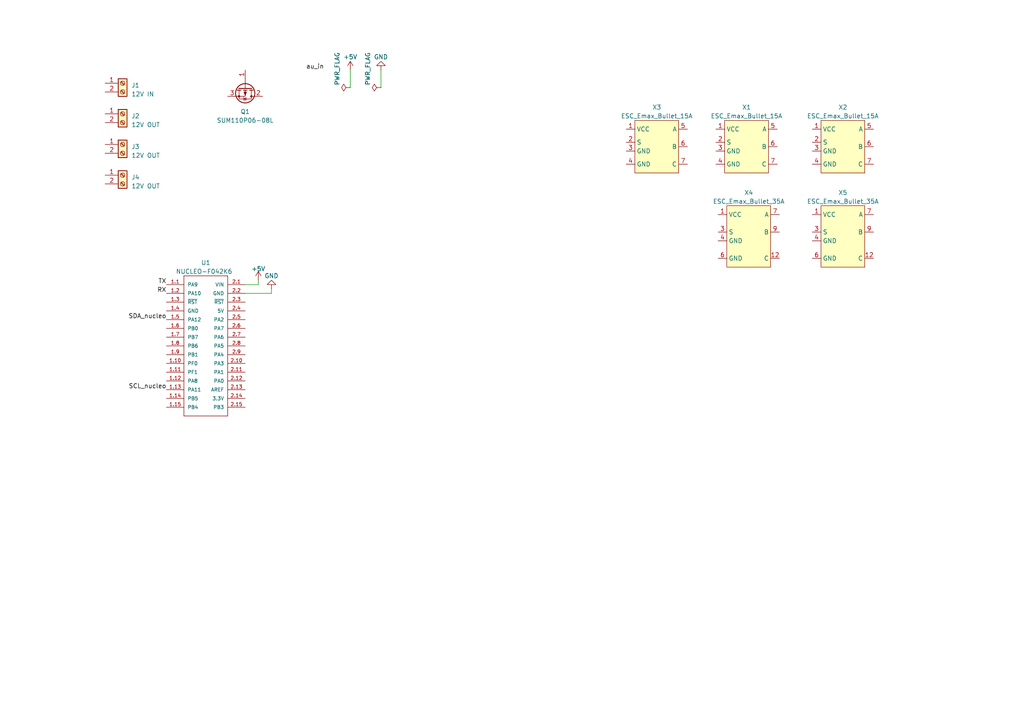
<source format=kicad_sch>
(kicad_sch (version 20230121) (generator eeschema)
  (paper "A4")
  (lib_symbols
    (symbol "ComponentsEvo:ESC_Emax_Bullet_15A"
      (property "Reference" "X" (at 0 -8.89 0))
      (property "Value" "ESC_Emax_Bullet_15A" (at 0 -10.16 0))
      (symbol "ESC_Emax_Bullet_15A_0_1"
        (rectangle (start -6.35 7.62) (end 6.35 -7.62) (fill (type background)))
      )
      (symbol "ESC_Emax_Bullet_15A_1_1"
        (pin power_in line (at -8.89 5.08 0) (length 2.54) (name "VCC") (number "1"))
        (pin input line (at -8.89 1.27 0) (length 2.54) (name "S") (number "2"))
        (pin passive line (at -8.89 -1.27 0) (length 2.54) (name "GND") (number "3"))
        (pin power_in line (at -8.89 -5.08 0) (length 2.54) (name "GND") (number "4"))
        (pin power_out line (at 8.89 5.08 180) (length 2.54) (name "A") (number "5"))
        (pin power_out line (at 8.89 0 180) (length 2.54) (name "B") (number "6"))
        (pin power_out line (at 8.89 -5.08 180) (length 2.54) (name "C") (number "7"))
      )
    )
    (symbol "ComponentsEvo:ESC_Emax_Bullet_35A"
      (property "Reference" "X" (at 0 -10.16 0))
      (property "Value" "ESC_Emax_Bullet_35A" (at 0 -11.43 0))
      (symbol "ESC_Emax_Bullet_35A_0_1"
        (rectangle (start -6.35 8.89) (end 6.35 -8.89) (fill (type background)))
      )
      (symbol "ESC_Emax_Bullet_35A_1_1"
        (pin power_in line (at -8.89 6.35 0) (length 2.54) (name "VCC") (number "1"))
        (pin power_out line (at 8.89 -1.27 180) (length 2.54) hide (name "B") (number "10"))
        (pin power_out line (at 8.89 -3.81 180) (length 2.54) hide (name "C") (number "11"))
        (pin power_out line (at 8.89 -6.35 180) (length 2.54) (name "C") (number "12"))
        (pin power_in line (at -8.89 3.81 0) (length 2.54) hide (name "VCC") (number "2"))
        (pin input line (at -8.89 1.27 0) (length 2.54) (name "S") (number "3"))
        (pin passive line (at -8.89 -1.27 0) (length 2.54) (name "GND") (number "4"))
        (pin power_in line (at -8.89 -3.81 0) (length 2.54) hide (name "GND") (number "5"))
        (pin power_in line (at -8.89 -6.35 0) (length 2.54) (name "GND") (number "6"))
        (pin power_out line (at 8.89 6.35 180) (length 2.54) (name "A") (number "7"))
        (pin power_out line (at 8.89 3.81 180) (length 2.54) hide (name "A") (number "8"))
        (pin power_out line (at 8.89 1.27 180) (length 2.54) (name "B") (number "9"))
      )
    )
    (symbol "ComponentsEvo:NUCLEO-F303K8" (pin_names (offset 1.016))
      (property "Reference" "U" (at -2.54 21.59 0))
      (property "Value" "NUCLEO-F303K8" (at -7.62 -22.86 0))
      (symbol "NUCLEO-F303K8_1_0"
        (polyline (pts (xy -6.35 -20.32) (xy 6.35 -20.32)) (stroke (width 0.1524)))
        (polyline (pts (xy -6.35 20.32) (xy -6.35 -20.32)) (stroke (width 0.1524)))
        (polyline (pts (xy 6.35 -20.32) (xy 6.35 20.32)) (stroke (width 0.1524)))
        (polyline (pts (xy 6.35 20.32) (xy -6.35 20.32)) (stroke (width 0.1524)))
        (pin bidirectional line (at -11.43 17.78 0) (length 5.08) (name "PA9") (number "1.1"))
        (pin bidirectional line (at -11.43 -5.08 0) (length 5.08) (name "PF0") (number "1.10"))
        (pin bidirectional line (at -11.43 -7.62 0) (length 5.08) (name "PF1") (number "1.11"))
        (pin bidirectional line (at -11.43 -10.16 0) (length 5.08) (name "PA8") (number "1.12"))
        (pin bidirectional line (at -11.43 -12.7 0) (length 5.08) (name "PA11") (number "1.13"))
        (pin bidirectional line (at -11.43 -15.24 0) (length 5.08) (name "PB5") (number "1.14"))
        (pin bidirectional line (at -11.43 -17.78 0) (length 5.08) (name "PB4") (number "1.15"))
        (pin bidirectional line (at -11.43 15.24 0) (length 5.08) (name "PA10") (number "1.2"))
        (pin bidirectional line (at -11.43 12.7 0) (length 5.08) (name "~{RST}") (number "1.3"))
        (pin passive line (at -11.43 10.16 0) (length 5.08) (name "GND") (number "1.4"))
        (pin bidirectional line (at -11.43 7.62 0) (length 5.08) (name "PA12") (number "1.5"))
        (pin bidirectional line (at -11.43 5.08 0) (length 5.08) (name "PB0") (number "1.6"))
        (pin bidirectional line (at -11.43 2.54 0) (length 5.08) (name "PB7") (number "1.7"))
        (pin bidirectional line (at -11.43 0 0) (length 5.08) (name "PB6") (number "1.8"))
        (pin bidirectional line (at -11.43 -2.54 0) (length 5.08) (name "PB1") (number "1.9"))
        (pin power_in line (at 11.43 17.78 180) (length 5.08) (name "VIN") (number "2.1"))
        (pin bidirectional line (at 11.43 -5.08 180) (length 5.08) (name "PA3") (number "2.10"))
        (pin bidirectional line (at 11.43 -7.62 180) (length 5.08) (name "PA1") (number "2.11"))
        (pin bidirectional line (at 11.43 -10.16 180) (length 5.08) (name "PA0") (number "2.12"))
        (pin power_out line (at 11.43 -12.7 180) (length 5.08) (name "AREF") (number "2.13"))
        (pin power_out line (at 11.43 -15.24 180) (length 5.08) (name "3.3V") (number "2.14"))
        (pin bidirectional line (at 11.43 -17.78 180) (length 5.08) (name "PB3") (number "2.15"))
        (pin passive line (at 11.43 15.24 180) (length 5.08) (name "GND") (number "2.2"))
        (pin bidirectional line (at 11.43 12.7 180) (length 5.08) (name "~{RST}") (number "2.3"))
        (pin power_out line (at 11.43 10.16 180) (length 5.08) (name "5V") (number "2.4"))
        (pin bidirectional line (at 11.43 7.62 180) (length 5.08) (name "PA2") (number "2.5"))
        (pin bidirectional line (at 11.43 5.08 180) (length 5.08) (name "PA7") (number "2.6"))
        (pin bidirectional line (at 11.43 2.54 180) (length 5.08) (name "PA6") (number "2.7"))
        (pin bidirectional line (at 11.43 0 180) (length 5.08) (name "PA5") (number "2.8"))
        (pin bidirectional line (at 11.43 -2.54 180) (length 5.08) (name "PA4") (number "2.9"))
      )
    )
    (symbol "Connector:Screw_Terminal_01x02" (pin_names (offset 1.016) hide)
      (property "Reference" "J" (at 0 2.54 0))
      (property "Value" "Screw_Terminal_01x02" (at 0 -5.08 0))
      (symbol "Screw_Terminal_01x02_1_1"
        (rectangle (start -1.27 1.27) (end 1.27 -3.81) (stroke (width 0.254)) (fill (type background)))
        (circle (center 0 -2.54) (radius 0.635) (stroke (width 0.1524)))
        (polyline (pts (xy -0.5334 -2.2098) (xy 0.3302 -3.048)) (stroke (width 0.1524)))
        (polyline (pts (xy -0.5334 0.3302) (xy 0.3302 -0.508)) (stroke (width 0.1524)))
        (polyline (pts (xy -0.3556 -2.032) (xy 0.508 -2.8702)) (stroke (width 0.1524)))
        (polyline (pts (xy -0.3556 0.508) (xy 0.508 -0.3302)) (stroke (width 0.1524)))
        (circle (center 0 0) (radius 0.635) (stroke (width 0.1524)))
        (pin passive line (at -5.08 0 0) (length 3.81) (name "Pin_1") (number "1"))
        (pin passive line (at -5.08 -2.54 0) (length 3.81) (name "Pin_2") (number "2"))
      )
    )
    (symbol "Transistor_FET:QM6015D" (pin_names hide)
      (property "Reference" "Q" (at 5.08 1.905 0))
      (property "Value" "QM6015D" (at 5.08 0 0))
      (symbol "QM6015D_0_1"
        (polyline (pts (xy 0.254 0) (xy -2.54 0)))
        (polyline (pts (xy 0.254 1.905) (xy 0.254 -1.905)) (stroke (width 0.254)))
        (polyline (pts (xy 0.762 -1.27) (xy 0.762 -2.286)) (stroke (width 0.254)))
        (polyline (pts (xy 0.762 0.508) (xy 0.762 -0.508)) (stroke (width 0.254)))
        (polyline (pts (xy 0.762 2.286) (xy 0.762 1.27)) (stroke (width 0.254)))
        (polyline (pts (xy 2.54 2.54) (xy 2.54 1.778)))
        (polyline (pts (xy 2.54 -2.54) (xy 2.54 0) (xy 0.762 0)))
        (polyline (pts (xy 0.762 1.778) (xy 3.302 1.778) (xy 3.302 -1.778) (xy 0.762 -1.778)))
        (polyline (pts (xy 2.286 0) (xy 1.27 0.381) (xy 1.27 -0.381) (xy 2.286 0)) (fill (type outline)))
        (polyline (pts (xy 2.794 -0.508) (xy 2.921 -0.381) (xy 3.683 -0.381) (xy 3.81 -0.254)))
        (polyline (pts (xy 3.302 -0.381) (xy 2.921 0.254) (xy 3.683 0.254) (xy 3.302 -0.381)))
        (circle (center 1.651 0) (radius 2.794) (stroke (width 0.254)))
        (circle (center 2.54 -1.778) (radius 0.254) (fill (type outline)))
        (circle (center 2.54 1.778) (radius 0.254) (fill (type outline)))
      )
      (symbol "QM6015D_1_1"
        (pin passive line (at -5.08 0 0) (length 2.54) (name "G") (number "1"))
        (pin passive line (at 2.54 5.08 270) (length 2.54) (name "D") (number "2"))
        (pin passive line (at 2.54 -5.08 90) (length 2.54) (name "S") (number "3"))
      )
    )
    (symbol "power:+5V" (power) (pin_names (offset 0))
      (property "Value" "+5V" (at 0 3.556 0))
      (symbol "+5V_0_1"
        (polyline (pts (xy -0.762 1.27) (xy 0 2.54)))
        (polyline (pts (xy 0 0) (xy 0 2.54)))
        (polyline (pts (xy 0 2.54) (xy 0.762 1.27)))
      )
      (symbol "+5V_1_1"
        (pin power_in line (at 0 0 90) (length 0) hide (name "+5V") (number "1"))
      )
    )
    (symbol "power:GND" (power) (pin_names (offset 0))
      (property "Value" "GND" (at 0 -3.81 0))
      (symbol "GND_0_1"
        (polyline (pts (xy 0 0) (xy 0 -1.27) (xy 1.27 -1.27) (xy 0 -2.54) (xy -1.27 -1.27) (xy 0 -1.27)))
      )
      (symbol "GND_1_1"
        (pin power_in line (at 0 0 270) (length 0) hide (name "GND") (number "1"))
      )
    )
    (symbol "power:PWR_FLAG" (power) (pin_numbers hide) (pin_names (offset 0) hide)
      (property "Value" "PWR_FLAG" (at 0 3.81 0))
      (symbol "PWR_FLAG_0_0"
        (pin power_out line (at 0 0 90) (length 0) (name "pwr") (number "1"))
      )
      (symbol "PWR_FLAG_0_1"
        (polyline (pts (xy 0 0) (xy 0 1.27) (xy -1.016 1.905) (xy 0 2.54) (xy 1.016 1.905) (xy 0 1.27)))
      )
    )
  )
  (wire (pts (xy 110.49 20.32) (xy 110.49 25.4)))
  (wire (pts (xy 101.6 20.32) (xy 101.6 25.4)))
  (wire (pts (xy 71.12 82.55) (xy 74.93 82.55)))
  (wire (pts (xy 74.93 82.55) (xy 74.93 81.28)))
  (wire (pts (xy 78.74 83.82) (xy 78.74 85.09)))
  (wire (pts (xy 78.74 85.09) (xy 71.12 85.09)))
  (label "SCL_nucleo" (at 48.26 113.03 180))
  (label "au_in" (at 93.98 20.32 180))
  (label "SDA_nucleo" (at 48.26 92.71 180))
  (label "TX" (at 48.26 82.55 180))
  (label "RX" (at 48.26 85.09 180))
  (symbol (lib_id "ComponentsEvo:ESC_Emax_Bullet_35A") (at 244.475 68.58 0) (unit 1)
    (property "Reference" "X5" (at 244.475 55.88 0))
    (property "Value" "ESC_Emax_Bullet_35A" (at 244.475 58.42 0))
    (property "Footprint" "ComponentsEvo:ESC_Emax_Bullet_35A" (effects hide))
  )
  (symbol (lib_id "ComponentsEvo:ESC_Emax_Bullet_35A") (at 217.17 68.58 0) (unit 1)
    (property "Reference" "X4" (at 217.17 55.88 0))
    (property "Value" "ESC_Emax_Bullet_35A" (at 217.17 58.42 0))
    (property "Footprint" "ComponentsEvo:ESC_Emax_Bullet_35A" (effects hide))
  )
  (symbol (lib_id "ComponentsEvo:ESC_Emax_Bullet_15A") (at 244.475 42.545 0) (unit 1)
    (property "Reference" "X2" (at 244.475 31.115 0))
    (property "Value" "ESC_Emax_Bullet_15A" (at 244.475 33.655 0))
    (property "Footprint" "ComponentsEvo:ESC_Emax_Bullet_15A" (effects hide))
  )
  (symbol (lib_id "power:+5V") (at 101.6 20.32 0) (unit 1)
    (property "Reference" "#PWR01" (effects hide))
    (property "Value" "+5V" (at 101.6 16.51 0))
  )
  (symbol (lib_id "Transistor_FET:QM6015D") (at 71.12 25.4 270) (unit 1)
    (property "Reference" "Q1" (at 71.12 32.385 90))
    (property "Value" "SUM110P06-08L" (at 71.12 34.925 90))
    (property "Footprint" "Package_TO_SOT_SMD:TO-263-2" (effects hide))
    (property "Datasheet" "https://docs.rs-online.com/3e3a/0900766b80ed1f87.pdf" (effects hide))
  )
  (symbol (lib_id "Connector:Screw_Terminal_01x02") (at 35.56 50.8 0) (unit 1)
    (property "Reference" "J4" (at 38.1 51.435 0) (effects (justify left)))
    (property "Value" "12V OUT" (at 38.1 53.975 0) (effects (justify left)))
  )
  (symbol (lib_id "Connector:Screw_Terminal_01x02") (at 35.56 24.13 0) (unit 1)
    (property "Reference" "J1" (at 38.1 24.765 0) (effects (justify left)))
    (property "Value" "12V IN" (at 38.1 27.305 0) (effects (justify left)))
  )
  (symbol (lib_id "power:PWR_FLAG") (at 101.6 25.4 90) (unit 1)
    (property "Reference" "#FLG02" (effects hide))
    (property "Value" "PWR_FLAG" (at 97.79 24.765 0) (effects (justify left)))
  )
  (symbol (lib_id "power:+5V") (at 74.93 81.28 0) (unit 1)
    (property "Reference" "#PWR03" (effects hide))
    (property "Value" "+5V" (at 74.93 77.978 0))
  )
  (symbol (lib_id "ComponentsEvo:ESC_Emax_Bullet_15A") (at 190.5 42.545 0) (unit 1)
    (property "Reference" "X3" (at 190.5 31.115 0))
    (property "Value" "ESC_Emax_Bullet_15A" (at 190.5 33.655 0))
    (property "Footprint" "ComponentsEvo:ESC_Emax_Bullet_15A" (effects hide))
  )
  (symbol (lib_id "ComponentsEvo:ESC_Emax_Bullet_15A") (at 216.535 42.545 0) (unit 1)
    (property "Reference" "X1" (at 216.535 31.115 0))
    (property "Value" "ESC_Emax_Bullet_15A" (at 216.535 33.655 0))
    (property "Footprint" "ComponentsEvo:ESC_Emax_Bullet_15A" (effects hide))
  )
  (symbol (lib_id "Connector:Screw_Terminal_01x02") (at 35.56 41.91 0) (unit 1)
    (property "Reference" "J3" (at 38.1 42.545 0) (effects (justify left)))
    (property "Value" "12V OUT" (at 38.1 45.085 0) (effects (justify left)))
  )
  (symbol (lib_id "ComponentsEvo:NUCLEO-F303K8") (at 59.69 100.33 0) (unit 1)
    (property "Reference" "U1" (at 59.69 76.2 0))
    (property "Value" "NUCLEO-F042K6 " (at 59.69 78.74 0))
    (property "Footprint" "ComponentsEvo:MODULE_NUCLEO-F303K8" (effects hide))
    (property "Datasheet" "ST Microelectronics" (effects hide))
    (property "Field4" "3" (effects hide))
    (property "Field5" "Manufacturer rEcommendation" (effects hide))
  )
  (symbol (lib_id "Connector:Screw_Terminal_01x02") (at 35.56 33.02 0) (unit 1)
    (property "Reference" "J2" (at 38.1 33.655 0) (effects (justify left)))
    (property "Value" "12V OUT" (at 38.1 36.195 0) (effects (justify left)))
  )
  (symbol (lib_id "power:GND") (at 78.74 83.82 180) (unit 1)
    (property "Reference" "#PWR04" (effects hide))
    (property "Value" "GND" (at 78.74 80.01 0))
  )
  (symbol (lib_id "power:GND") (at 110.49 20.32 180) (unit 1)
    (property "Reference" "#PWR02" (effects hide))
    (property "Value" "GND" (at 110.49 16.51 0))
  )
  (symbol (lib_id "power:PWR_FLAG") (at 110.49 25.4 90) (unit 1)
    (property "Reference" "#FLG01" (effects hide))
    (property "Value" "PWR_FLAG" (at 106.68 24.765 0) (effects (justify left)))
  )
)
</source>
